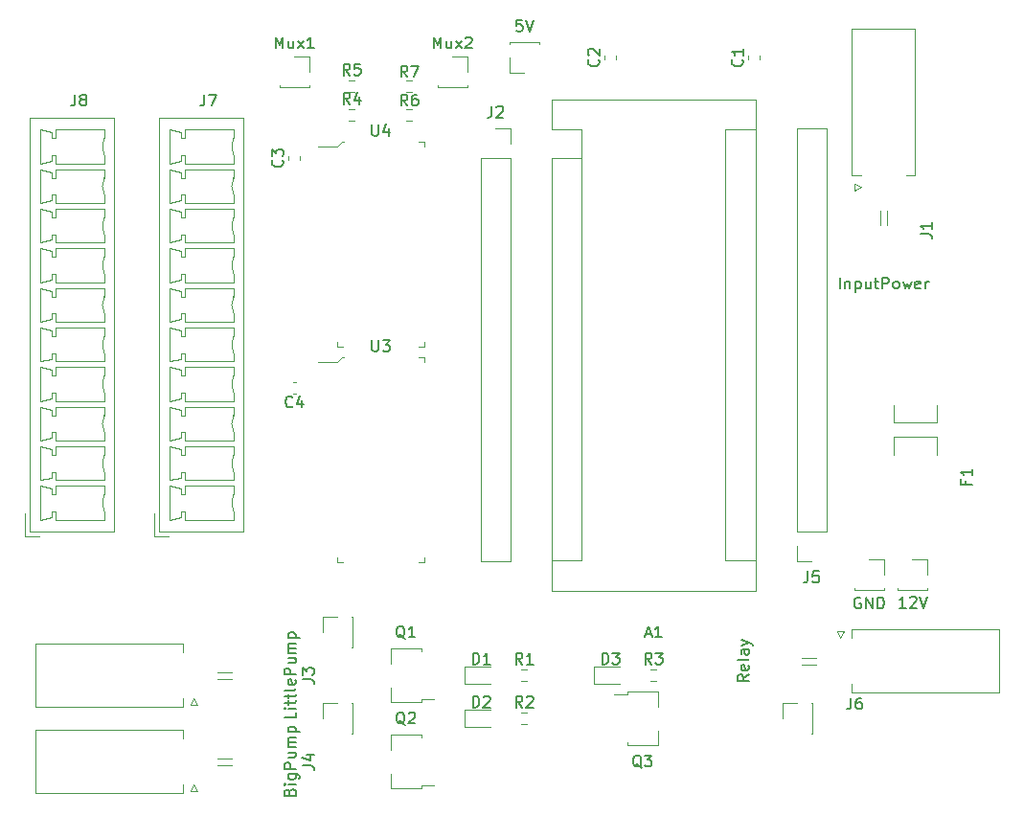
<source format=gto>
G04 #@! TF.GenerationSoftware,KiCad,Pcbnew,(5.1.10)-1*
G04 #@! TF.CreationDate,2021-12-04T11:06:55-08:00*
G04 #@! TF.ProjectId,fuelCellControl,6675656c-4365-46c6-9c43-6f6e74726f6c,rev?*
G04 #@! TF.SameCoordinates,Original*
G04 #@! TF.FileFunction,Legend,Top*
G04 #@! TF.FilePolarity,Positive*
%FSLAX46Y46*%
G04 Gerber Fmt 4.6, Leading zero omitted, Abs format (unit mm)*
G04 Created by KiCad (PCBNEW (5.1.10)-1) date 2021-12-04 11:06:55*
%MOMM*%
%LPD*%
G01*
G04 APERTURE LIST*
%ADD10C,0.150000*%
%ADD11C,0.120000*%
%ADD12C,0.100000*%
%ADD13O,1.600000X1.600000*%
%ADD14R,1.600000X1.600000*%
%ADD15R,1.300000X0.900000*%
%ADD16R,1.700000X1.700000*%
%ADD17C,3.200000*%
%ADD18R,2.000000X0.600000*%
%ADD19O,3.600000X1.800000*%
%ADD20C,3.000000*%
%ADD21O,3.700000X2.700000*%
%ADD22O,1.700000X1.700000*%
%ADD23O,2.700000X3.700000*%
%ADD24R,1.700000X2.660000*%
G04 APERTURE END LIST*
D10*
X145490952Y-114692380D02*
X144919523Y-114692380D01*
X145205238Y-114692380D02*
X145205238Y-113692380D01*
X145110000Y-113835238D01*
X145014761Y-113930476D01*
X144919523Y-113978095D01*
X145871904Y-113787619D02*
X145919523Y-113740000D01*
X146014761Y-113692380D01*
X146252857Y-113692380D01*
X146348095Y-113740000D01*
X146395714Y-113787619D01*
X146443333Y-113882857D01*
X146443333Y-113978095D01*
X146395714Y-114120952D01*
X145824285Y-114692380D01*
X146443333Y-114692380D01*
X146729047Y-113692380D02*
X147062380Y-114692380D01*
X147395714Y-113692380D01*
X141478095Y-113800000D02*
X141382857Y-113752380D01*
X141240000Y-113752380D01*
X141097142Y-113800000D01*
X141001904Y-113895238D01*
X140954285Y-113990476D01*
X140906666Y-114180952D01*
X140906666Y-114323809D01*
X140954285Y-114514285D01*
X141001904Y-114609523D01*
X141097142Y-114704761D01*
X141240000Y-114752380D01*
X141335238Y-114752380D01*
X141478095Y-114704761D01*
X141525714Y-114657142D01*
X141525714Y-114323809D01*
X141335238Y-114323809D01*
X141954285Y-114752380D02*
X141954285Y-113752380D01*
X142525714Y-114752380D01*
X142525714Y-113752380D01*
X143001904Y-114752380D02*
X143001904Y-113752380D01*
X143240000Y-113752380D01*
X143382857Y-113800000D01*
X143478095Y-113895238D01*
X143525714Y-113990476D01*
X143573333Y-114180952D01*
X143573333Y-114323809D01*
X143525714Y-114514285D01*
X143478095Y-114609523D01*
X143382857Y-114704761D01*
X143240000Y-114752380D01*
X143001904Y-114752380D01*
D11*
X132210000Y-69720000D02*
X114170000Y-69720000D01*
X132210000Y-113160000D02*
X132210000Y-69720000D01*
X114170000Y-113160000D02*
X132210000Y-113160000D01*
X116840000Y-110490000D02*
X114170000Y-110490000D01*
X116840000Y-74930000D02*
X116840000Y-110490000D01*
X116840000Y-74930000D02*
X114170000Y-74930000D01*
X129540000Y-110490000D02*
X132210000Y-110490000D01*
X129540000Y-72390000D02*
X129540000Y-110490000D01*
X129540000Y-72390000D02*
X132210000Y-72390000D01*
X114170000Y-69720000D02*
X114170000Y-72390000D01*
X114170000Y-74930000D02*
X114170000Y-113160000D01*
X116840000Y-72390000D02*
X114170000Y-72390000D01*
X116840000Y-74930000D02*
X116840000Y-72390000D01*
X123580000Y-125510000D02*
X123580000Y-126820000D01*
X123580000Y-126820000D02*
X120860000Y-126820000D01*
X119720000Y-122330000D02*
X120860000Y-122330000D01*
X123580000Y-122100000D02*
X123580000Y-123410000D01*
X120860000Y-122100000D02*
X123580000Y-122100000D01*
X120860000Y-122100000D02*
X120860000Y-122330000D01*
X120860000Y-126820000D02*
X120860000Y-126590000D01*
X99940000Y-127220000D02*
X99940000Y-125910000D01*
X99940000Y-125910000D02*
X102660000Y-125910000D01*
X103800000Y-130400000D02*
X102660000Y-130400000D01*
X99940000Y-130630000D02*
X99940000Y-129320000D01*
X102660000Y-130630000D02*
X99940000Y-130630000D01*
X102660000Y-130630000D02*
X102660000Y-130400000D01*
X102660000Y-125910000D02*
X102660000Y-126140000D01*
X99940000Y-119600000D02*
X99940000Y-118290000D01*
X99940000Y-118290000D02*
X102660000Y-118290000D01*
X103800000Y-122780000D02*
X102660000Y-122780000D01*
X99940000Y-123010000D02*
X99940000Y-121700000D01*
X102660000Y-123010000D02*
X99940000Y-123010000D01*
X102660000Y-123010000D02*
X102660000Y-122780000D01*
X102660000Y-118290000D02*
X102660000Y-118520000D01*
X122952742Y-120127500D02*
X123427258Y-120127500D01*
X122952742Y-121172500D02*
X123427258Y-121172500D01*
X111522742Y-123937500D02*
X111997258Y-123937500D01*
X111522742Y-124982500D02*
X111997258Y-124982500D01*
X111522742Y-120127500D02*
X111997258Y-120127500D01*
X111522742Y-121172500D02*
X111997258Y-121172500D01*
X120180000Y-119915000D02*
X117895000Y-119915000D01*
X117895000Y-119915000D02*
X117895000Y-121385000D01*
X117895000Y-121385000D02*
X120180000Y-121385000D01*
X108750000Y-123725000D02*
X106465000Y-123725000D01*
X106465000Y-123725000D02*
X106465000Y-125195000D01*
X106465000Y-125195000D02*
X108750000Y-125195000D01*
X108750000Y-119915000D02*
X106465000Y-119915000D01*
X106465000Y-119915000D02*
X106465000Y-121385000D01*
X106465000Y-121385000D02*
X108750000Y-121385000D01*
X104080000Y-68640000D02*
X106740000Y-68640000D01*
X104080000Y-68520000D02*
X104080000Y-68640000D01*
X106740000Y-68520000D02*
X106740000Y-68640000D01*
X106740000Y-65980000D02*
X106740000Y-67310000D01*
X105410000Y-65980000D02*
X106740000Y-65980000D01*
X101362742Y-68057500D02*
X101837258Y-68057500D01*
X101362742Y-69102500D02*
X101837258Y-69102500D01*
X101837258Y-71642500D02*
X101362742Y-71642500D01*
X101837258Y-70597500D02*
X101362742Y-70597500D01*
X96282742Y-68057500D02*
X96757258Y-68057500D01*
X96282742Y-69102500D02*
X96757258Y-69102500D01*
X96282742Y-70597500D02*
X96757258Y-70597500D01*
X96282742Y-71642500D02*
X96757258Y-71642500D01*
X91580580Y-95760000D02*
X91299420Y-95760000D01*
X91580580Y-94740000D02*
X91299420Y-94740000D01*
X90930000Y-75070580D02*
X90930000Y-74789420D01*
X91950000Y-75070580D02*
X91950000Y-74789420D01*
X118870000Y-66180580D02*
X118870000Y-65899420D01*
X119890000Y-66180580D02*
X119890000Y-65899420D01*
X131570000Y-66180580D02*
X131570000Y-65899420D01*
X132590000Y-66180580D02*
X132590000Y-65899420D01*
X91440000Y-65980000D02*
X92770000Y-65980000D01*
X92770000Y-65980000D02*
X92770000Y-67310000D01*
X92770000Y-68520000D02*
X92770000Y-68640000D01*
X90110000Y-68520000D02*
X90110000Y-68640000D01*
X90110000Y-68640000D02*
X92770000Y-68640000D01*
X134560000Y-124460000D02*
X134560000Y-123130000D01*
X134560000Y-123130000D02*
X135890000Y-123130000D01*
X137100000Y-123130000D02*
X137220000Y-123130000D01*
X137100000Y-125790000D02*
X137220000Y-125790000D01*
X137220000Y-125790000D02*
X137220000Y-123130000D01*
X111760000Y-67370000D02*
X110430000Y-67370000D01*
X110430000Y-67370000D02*
X110430000Y-66040000D01*
X110430000Y-64830000D02*
X110430000Y-64710000D01*
X113090000Y-64830000D02*
X113090000Y-64710000D01*
X113090000Y-64710000D02*
X110430000Y-64710000D01*
X142240000Y-110430000D02*
X143570000Y-110430000D01*
X143570000Y-110430000D02*
X143570000Y-111760000D01*
X143570000Y-112970000D02*
X143570000Y-113090000D01*
X140910000Y-112970000D02*
X140910000Y-113090000D01*
X140910000Y-113090000D02*
X143570000Y-113090000D01*
X93920000Y-116840000D02*
X93920000Y-115510000D01*
X93920000Y-115510000D02*
X95250000Y-115510000D01*
X96460000Y-115510000D02*
X96580000Y-115510000D01*
X96460000Y-118170000D02*
X96580000Y-118170000D01*
X96580000Y-118170000D02*
X96580000Y-115510000D01*
X146050000Y-110430000D02*
X147380000Y-110430000D01*
X147380000Y-110430000D02*
X147380000Y-111760000D01*
X147380000Y-112970000D02*
X147380000Y-113090000D01*
X144720000Y-112970000D02*
X144720000Y-113090000D01*
X144720000Y-113090000D02*
X147380000Y-113090000D01*
X93920000Y-124460000D02*
X93920000Y-123130000D01*
X93920000Y-123130000D02*
X95250000Y-123130000D01*
X96460000Y-123130000D02*
X96580000Y-123130000D01*
X96460000Y-125790000D02*
X96580000Y-125790000D01*
X96580000Y-125790000D02*
X96580000Y-123130000D01*
D12*
X95210000Y-73900000D02*
X93510000Y-73900000D01*
X102910000Y-73500000D02*
X102410000Y-73500000D01*
X102910000Y-73500000D02*
X102910000Y-73900000D01*
X102910000Y-91600000D02*
X102410000Y-91600000D01*
X102910000Y-91600000D02*
X102910000Y-91200000D01*
X95210000Y-91600000D02*
X95710000Y-91600000D01*
X95210000Y-91600000D02*
X95210000Y-91200000D01*
X95610000Y-73500000D02*
X95860000Y-73500000D01*
X95210000Y-73900000D02*
X95610000Y-73500000D01*
X95210000Y-92950000D02*
X93510000Y-92950000D01*
X102910000Y-92550000D02*
X102410000Y-92550000D01*
X102910000Y-92550000D02*
X102910000Y-92950000D01*
X102910000Y-110650000D02*
X102410000Y-110650000D01*
X102910000Y-110650000D02*
X102910000Y-110250000D01*
X95210000Y-110650000D02*
X95710000Y-110650000D01*
X95210000Y-110650000D02*
X95210000Y-110250000D01*
X95610000Y-92550000D02*
X95860000Y-92550000D01*
X95210000Y-92950000D02*
X95610000Y-92550000D01*
D11*
X67640000Y-108360000D02*
X67640000Y-106360000D01*
X68890000Y-108360000D02*
X67640000Y-108360000D01*
X74640000Y-72410000D02*
X74640000Y-73160000D01*
X70340000Y-72410000D02*
X74640000Y-72410000D01*
X70340000Y-73160000D02*
X70340000Y-72410000D01*
X69990000Y-73160000D02*
X70340000Y-73160000D01*
X69990000Y-72660000D02*
X69990000Y-73160000D01*
X68990000Y-72410000D02*
X69990000Y-72660000D01*
X68990000Y-75410000D02*
X68990000Y-72410000D01*
X69990000Y-75160000D02*
X68990000Y-75410000D01*
X69990000Y-74660000D02*
X69990000Y-75160000D01*
X70340000Y-74660000D02*
X69990000Y-74660000D01*
X70340000Y-75410000D02*
X70340000Y-74660000D01*
X74640000Y-75410000D02*
X70340000Y-75410000D01*
X74640000Y-74660000D02*
X74640000Y-75410000D01*
X74640000Y-75910000D02*
X74640000Y-76660000D01*
X70340000Y-75910000D02*
X74640000Y-75910000D01*
X70340000Y-76660000D02*
X70340000Y-75910000D01*
X69990000Y-76660000D02*
X70340000Y-76660000D01*
X69990000Y-76160000D02*
X69990000Y-76660000D01*
X68990000Y-75910000D02*
X69990000Y-76160000D01*
X68990000Y-78910000D02*
X68990000Y-75910000D01*
X69990000Y-78660000D02*
X68990000Y-78910000D01*
X69990000Y-78160000D02*
X69990000Y-78660000D01*
X70340000Y-78160000D02*
X69990000Y-78160000D01*
X70340000Y-78910000D02*
X70340000Y-78160000D01*
X74640000Y-78910000D02*
X70340000Y-78910000D01*
X74640000Y-78160000D02*
X74640000Y-78910000D01*
X74640000Y-79410000D02*
X74640000Y-80160000D01*
X70340000Y-79410000D02*
X74640000Y-79410000D01*
X70340000Y-80160000D02*
X70340000Y-79410000D01*
X69990000Y-80160000D02*
X70340000Y-80160000D01*
X69990000Y-79660000D02*
X69990000Y-80160000D01*
X68990000Y-79410000D02*
X69990000Y-79660000D01*
X68990000Y-82410000D02*
X68990000Y-79410000D01*
X69990000Y-82160000D02*
X68990000Y-82410000D01*
X69990000Y-81660000D02*
X69990000Y-82160000D01*
X70340000Y-81660000D02*
X69990000Y-81660000D01*
X70340000Y-82410000D02*
X70340000Y-81660000D01*
X74640000Y-82410000D02*
X70340000Y-82410000D01*
X74640000Y-81660000D02*
X74640000Y-82410000D01*
X74640000Y-82910000D02*
X74640000Y-83660000D01*
X70340000Y-82910000D02*
X74640000Y-82910000D01*
X70340000Y-83660000D02*
X70340000Y-82910000D01*
X69990000Y-83660000D02*
X70340000Y-83660000D01*
X69990000Y-83160000D02*
X69990000Y-83660000D01*
X68990000Y-82910000D02*
X69990000Y-83160000D01*
X68990000Y-85910000D02*
X68990000Y-82910000D01*
X69990000Y-85660000D02*
X68990000Y-85910000D01*
X69990000Y-85160000D02*
X69990000Y-85660000D01*
X70340000Y-85160000D02*
X69990000Y-85160000D01*
X70340000Y-85910000D02*
X70340000Y-85160000D01*
X74640000Y-85910000D02*
X70340000Y-85910000D01*
X74640000Y-85160000D02*
X74640000Y-85910000D01*
X74640000Y-86410000D02*
X74640000Y-87160000D01*
X70340000Y-86410000D02*
X74640000Y-86410000D01*
X70340000Y-87160000D02*
X70340000Y-86410000D01*
X69990000Y-87160000D02*
X70340000Y-87160000D01*
X69990000Y-86660000D02*
X69990000Y-87160000D01*
X68990000Y-86410000D02*
X69990000Y-86660000D01*
X68990000Y-89410000D02*
X68990000Y-86410000D01*
X69990000Y-89160000D02*
X68990000Y-89410000D01*
X69990000Y-88660000D02*
X69990000Y-89160000D01*
X70340000Y-88660000D02*
X69990000Y-88660000D01*
X70340000Y-89410000D02*
X70340000Y-88660000D01*
X74640000Y-89410000D02*
X70340000Y-89410000D01*
X74640000Y-88660000D02*
X74640000Y-89410000D01*
X74640000Y-89910000D02*
X74640000Y-90660000D01*
X70340000Y-89910000D02*
X74640000Y-89910000D01*
X70340000Y-90660000D02*
X70340000Y-89910000D01*
X69990000Y-90660000D02*
X70340000Y-90660000D01*
X69990000Y-90160000D02*
X69990000Y-90660000D01*
X68990000Y-89910000D02*
X69990000Y-90160000D01*
X68990000Y-92910000D02*
X68990000Y-89910000D01*
X69990000Y-92660000D02*
X68990000Y-92910000D01*
X69990000Y-92160000D02*
X69990000Y-92660000D01*
X70340000Y-92160000D02*
X69990000Y-92160000D01*
X70340000Y-92910000D02*
X70340000Y-92160000D01*
X74640000Y-92910000D02*
X70340000Y-92910000D01*
X74640000Y-92160000D02*
X74640000Y-92910000D01*
X74640000Y-93410000D02*
X74640000Y-94160000D01*
X70340000Y-93410000D02*
X74640000Y-93410000D01*
X70340000Y-94160000D02*
X70340000Y-93410000D01*
X69990000Y-94160000D02*
X70340000Y-94160000D01*
X69990000Y-93660000D02*
X69990000Y-94160000D01*
X68990000Y-93410000D02*
X69990000Y-93660000D01*
X68990000Y-96410000D02*
X68990000Y-93410000D01*
X69990000Y-96160000D02*
X68990000Y-96410000D01*
X69990000Y-95660000D02*
X69990000Y-96160000D01*
X70340000Y-95660000D02*
X69990000Y-95660000D01*
X70340000Y-96410000D02*
X70340000Y-95660000D01*
X74640000Y-96410000D02*
X70340000Y-96410000D01*
X74640000Y-95660000D02*
X74640000Y-96410000D01*
X74640000Y-96910000D02*
X74640000Y-97660000D01*
X70340000Y-96910000D02*
X74640000Y-96910000D01*
X70340000Y-97660000D02*
X70340000Y-96910000D01*
X69990000Y-97660000D02*
X70340000Y-97660000D01*
X69990000Y-97160000D02*
X69990000Y-97660000D01*
X68990000Y-96910000D02*
X69990000Y-97160000D01*
X68990000Y-99910000D02*
X68990000Y-96910000D01*
X69990000Y-99660000D02*
X68990000Y-99910000D01*
X69990000Y-99160000D02*
X69990000Y-99660000D01*
X70340000Y-99160000D02*
X69990000Y-99160000D01*
X70340000Y-99910000D02*
X70340000Y-99160000D01*
X74640000Y-99910000D02*
X70340000Y-99910000D01*
X74640000Y-99160000D02*
X74640000Y-99910000D01*
X74640000Y-100410000D02*
X74640000Y-101160000D01*
X70340000Y-100410000D02*
X74640000Y-100410000D01*
X70340000Y-101160000D02*
X70340000Y-100410000D01*
X69990000Y-101160000D02*
X70340000Y-101160000D01*
X69990000Y-100660000D02*
X69990000Y-101160000D01*
X68990000Y-100410000D02*
X69990000Y-100660000D01*
X68990000Y-103410000D02*
X68990000Y-100410000D01*
X69990000Y-103160000D02*
X68990000Y-103410000D01*
X69990000Y-102660000D02*
X69990000Y-103160000D01*
X70340000Y-102660000D02*
X69990000Y-102660000D01*
X70340000Y-103410000D02*
X70340000Y-102660000D01*
X74640000Y-103410000D02*
X70340000Y-103410000D01*
X74640000Y-102660000D02*
X74640000Y-103410000D01*
X74640000Y-103910000D02*
X74640000Y-104660000D01*
X70340000Y-103910000D02*
X74640000Y-103910000D01*
X70340000Y-104660000D02*
X70340000Y-103910000D01*
X69990000Y-104660000D02*
X70340000Y-104660000D01*
X69990000Y-104160000D02*
X69990000Y-104660000D01*
X68990000Y-103910000D02*
X69990000Y-104160000D01*
X68990000Y-106910000D02*
X68990000Y-103910000D01*
X69990000Y-106660000D02*
X68990000Y-106910000D01*
X69990000Y-106160000D02*
X69990000Y-106660000D01*
X70340000Y-106160000D02*
X69990000Y-106160000D01*
X70340000Y-106910000D02*
X70340000Y-106160000D01*
X74640000Y-106910000D02*
X70340000Y-106910000D01*
X74640000Y-106160000D02*
X74640000Y-106910000D01*
X68030000Y-71350000D02*
X68030000Y-107970000D01*
X75500000Y-71350000D02*
X68030000Y-71350000D01*
X75500000Y-107970000D02*
X75500000Y-71350000D01*
X68030000Y-107970000D02*
X75500000Y-107970000D01*
X74639845Y-73160353D02*
G75*
G03*
X74640000Y-74660000I1700155J-749647D01*
G01*
X74639845Y-76660353D02*
G75*
G03*
X74640000Y-78160000I1700155J-749647D01*
G01*
X74639845Y-80160353D02*
G75*
G03*
X74640000Y-81660000I1700155J-749647D01*
G01*
X74639845Y-83660353D02*
G75*
G03*
X74640000Y-85160000I1700155J-749647D01*
G01*
X74639845Y-87160353D02*
G75*
G03*
X74640000Y-88660000I1700155J-749647D01*
G01*
X74639845Y-90660353D02*
G75*
G03*
X74640000Y-92160000I1700155J-749647D01*
G01*
X74639845Y-94160353D02*
G75*
G03*
X74640000Y-95660000I1700155J-749647D01*
G01*
X74639845Y-97660353D02*
G75*
G03*
X74640000Y-99160000I1700155J-749647D01*
G01*
X74639845Y-101160353D02*
G75*
G03*
X74640000Y-102660000I1700155J-749647D01*
G01*
X74639845Y-104660353D02*
G75*
G03*
X74640000Y-106160000I1700155J-749647D01*
G01*
X79070000Y-108360000D02*
X79070000Y-106360000D01*
X80320000Y-108360000D02*
X79070000Y-108360000D01*
X86070000Y-72410000D02*
X86070000Y-73160000D01*
X81770000Y-72410000D02*
X86070000Y-72410000D01*
X81770000Y-73160000D02*
X81770000Y-72410000D01*
X81420000Y-73160000D02*
X81770000Y-73160000D01*
X81420000Y-72660000D02*
X81420000Y-73160000D01*
X80420000Y-72410000D02*
X81420000Y-72660000D01*
X80420000Y-75410000D02*
X80420000Y-72410000D01*
X81420000Y-75160000D02*
X80420000Y-75410000D01*
X81420000Y-74660000D02*
X81420000Y-75160000D01*
X81770000Y-74660000D02*
X81420000Y-74660000D01*
X81770000Y-75410000D02*
X81770000Y-74660000D01*
X86070000Y-75410000D02*
X81770000Y-75410000D01*
X86070000Y-74660000D02*
X86070000Y-75410000D01*
X86070000Y-75910000D02*
X86070000Y-76660000D01*
X81770000Y-75910000D02*
X86070000Y-75910000D01*
X81770000Y-76660000D02*
X81770000Y-75910000D01*
X81420000Y-76660000D02*
X81770000Y-76660000D01*
X81420000Y-76160000D02*
X81420000Y-76660000D01*
X80420000Y-75910000D02*
X81420000Y-76160000D01*
X80420000Y-78910000D02*
X80420000Y-75910000D01*
X81420000Y-78660000D02*
X80420000Y-78910000D01*
X81420000Y-78160000D02*
X81420000Y-78660000D01*
X81770000Y-78160000D02*
X81420000Y-78160000D01*
X81770000Y-78910000D02*
X81770000Y-78160000D01*
X86070000Y-78910000D02*
X81770000Y-78910000D01*
X86070000Y-78160000D02*
X86070000Y-78910000D01*
X86070000Y-79410000D02*
X86070000Y-80160000D01*
X81770000Y-79410000D02*
X86070000Y-79410000D01*
X81770000Y-80160000D02*
X81770000Y-79410000D01*
X81420000Y-80160000D02*
X81770000Y-80160000D01*
X81420000Y-79660000D02*
X81420000Y-80160000D01*
X80420000Y-79410000D02*
X81420000Y-79660000D01*
X80420000Y-82410000D02*
X80420000Y-79410000D01*
X81420000Y-82160000D02*
X80420000Y-82410000D01*
X81420000Y-81660000D02*
X81420000Y-82160000D01*
X81770000Y-81660000D02*
X81420000Y-81660000D01*
X81770000Y-82410000D02*
X81770000Y-81660000D01*
X86070000Y-82410000D02*
X81770000Y-82410000D01*
X86070000Y-81660000D02*
X86070000Y-82410000D01*
X86070000Y-82910000D02*
X86070000Y-83660000D01*
X81770000Y-82910000D02*
X86070000Y-82910000D01*
X81770000Y-83660000D02*
X81770000Y-82910000D01*
X81420000Y-83660000D02*
X81770000Y-83660000D01*
X81420000Y-83160000D02*
X81420000Y-83660000D01*
X80420000Y-82910000D02*
X81420000Y-83160000D01*
X80420000Y-85910000D02*
X80420000Y-82910000D01*
X81420000Y-85660000D02*
X80420000Y-85910000D01*
X81420000Y-85160000D02*
X81420000Y-85660000D01*
X81770000Y-85160000D02*
X81420000Y-85160000D01*
X81770000Y-85910000D02*
X81770000Y-85160000D01*
X86070000Y-85910000D02*
X81770000Y-85910000D01*
X86070000Y-85160000D02*
X86070000Y-85910000D01*
X86070000Y-86410000D02*
X86070000Y-87160000D01*
X81770000Y-86410000D02*
X86070000Y-86410000D01*
X81770000Y-87160000D02*
X81770000Y-86410000D01*
X81420000Y-87160000D02*
X81770000Y-87160000D01*
X81420000Y-86660000D02*
X81420000Y-87160000D01*
X80420000Y-86410000D02*
X81420000Y-86660000D01*
X80420000Y-89410000D02*
X80420000Y-86410000D01*
X81420000Y-89160000D02*
X80420000Y-89410000D01*
X81420000Y-88660000D02*
X81420000Y-89160000D01*
X81770000Y-88660000D02*
X81420000Y-88660000D01*
X81770000Y-89410000D02*
X81770000Y-88660000D01*
X86070000Y-89410000D02*
X81770000Y-89410000D01*
X86070000Y-88660000D02*
X86070000Y-89410000D01*
X86070000Y-89910000D02*
X86070000Y-90660000D01*
X81770000Y-89910000D02*
X86070000Y-89910000D01*
X81770000Y-90660000D02*
X81770000Y-89910000D01*
X81420000Y-90660000D02*
X81770000Y-90660000D01*
X81420000Y-90160000D02*
X81420000Y-90660000D01*
X80420000Y-89910000D02*
X81420000Y-90160000D01*
X80420000Y-92910000D02*
X80420000Y-89910000D01*
X81420000Y-92660000D02*
X80420000Y-92910000D01*
X81420000Y-92160000D02*
X81420000Y-92660000D01*
X81770000Y-92160000D02*
X81420000Y-92160000D01*
X81770000Y-92910000D02*
X81770000Y-92160000D01*
X86070000Y-92910000D02*
X81770000Y-92910000D01*
X86070000Y-92160000D02*
X86070000Y-92910000D01*
X86070000Y-93410000D02*
X86070000Y-94160000D01*
X81770000Y-93410000D02*
X86070000Y-93410000D01*
X81770000Y-94160000D02*
X81770000Y-93410000D01*
X81420000Y-94160000D02*
X81770000Y-94160000D01*
X81420000Y-93660000D02*
X81420000Y-94160000D01*
X80420000Y-93410000D02*
X81420000Y-93660000D01*
X80420000Y-96410000D02*
X80420000Y-93410000D01*
X81420000Y-96160000D02*
X80420000Y-96410000D01*
X81420000Y-95660000D02*
X81420000Y-96160000D01*
X81770000Y-95660000D02*
X81420000Y-95660000D01*
X81770000Y-96410000D02*
X81770000Y-95660000D01*
X86070000Y-96410000D02*
X81770000Y-96410000D01*
X86070000Y-95660000D02*
X86070000Y-96410000D01*
X86070000Y-96910000D02*
X86070000Y-97660000D01*
X81770000Y-96910000D02*
X86070000Y-96910000D01*
X81770000Y-97660000D02*
X81770000Y-96910000D01*
X81420000Y-97660000D02*
X81770000Y-97660000D01*
X81420000Y-97160000D02*
X81420000Y-97660000D01*
X80420000Y-96910000D02*
X81420000Y-97160000D01*
X80420000Y-99910000D02*
X80420000Y-96910000D01*
X81420000Y-99660000D02*
X80420000Y-99910000D01*
X81420000Y-99160000D02*
X81420000Y-99660000D01*
X81770000Y-99160000D02*
X81420000Y-99160000D01*
X81770000Y-99910000D02*
X81770000Y-99160000D01*
X86070000Y-99910000D02*
X81770000Y-99910000D01*
X86070000Y-99160000D02*
X86070000Y-99910000D01*
X86070000Y-100410000D02*
X86070000Y-101160000D01*
X81770000Y-100410000D02*
X86070000Y-100410000D01*
X81770000Y-101160000D02*
X81770000Y-100410000D01*
X81420000Y-101160000D02*
X81770000Y-101160000D01*
X81420000Y-100660000D02*
X81420000Y-101160000D01*
X80420000Y-100410000D02*
X81420000Y-100660000D01*
X80420000Y-103410000D02*
X80420000Y-100410000D01*
X81420000Y-103160000D02*
X80420000Y-103410000D01*
X81420000Y-102660000D02*
X81420000Y-103160000D01*
X81770000Y-102660000D02*
X81420000Y-102660000D01*
X81770000Y-103410000D02*
X81770000Y-102660000D01*
X86070000Y-103410000D02*
X81770000Y-103410000D01*
X86070000Y-102660000D02*
X86070000Y-103410000D01*
X86070000Y-103910000D02*
X86070000Y-104660000D01*
X81770000Y-103910000D02*
X86070000Y-103910000D01*
X81770000Y-104660000D02*
X81770000Y-103910000D01*
X81420000Y-104660000D02*
X81770000Y-104660000D01*
X81420000Y-104160000D02*
X81420000Y-104660000D01*
X80420000Y-103910000D02*
X81420000Y-104160000D01*
X80420000Y-106910000D02*
X80420000Y-103910000D01*
X81420000Y-106660000D02*
X80420000Y-106910000D01*
X81420000Y-106160000D02*
X81420000Y-106660000D01*
X81770000Y-106160000D02*
X81420000Y-106160000D01*
X81770000Y-106910000D02*
X81770000Y-106160000D01*
X86070000Y-106910000D02*
X81770000Y-106910000D01*
X86070000Y-106160000D02*
X86070000Y-106910000D01*
X79460000Y-71350000D02*
X79460000Y-107970000D01*
X86930000Y-71350000D02*
X79460000Y-71350000D01*
X86930000Y-107970000D02*
X86930000Y-71350000D01*
X79460000Y-107970000D02*
X86930000Y-107970000D01*
X86069845Y-73160353D02*
G75*
G03*
X86070000Y-74660000I1700155J-749647D01*
G01*
X86069845Y-76660353D02*
G75*
G03*
X86070000Y-78160000I1700155J-749647D01*
G01*
X86069845Y-80160353D02*
G75*
G03*
X86070000Y-81660000I1700155J-749647D01*
G01*
X86069845Y-83660353D02*
G75*
G03*
X86070000Y-85160000I1700155J-749647D01*
G01*
X86069845Y-87160353D02*
G75*
G03*
X86070000Y-88660000I1700155J-749647D01*
G01*
X86069845Y-90660353D02*
G75*
G03*
X86070000Y-92160000I1700155J-749647D01*
G01*
X86069845Y-94160353D02*
G75*
G03*
X86070000Y-95660000I1700155J-749647D01*
G01*
X86069845Y-97660353D02*
G75*
G03*
X86070000Y-99160000I1700155J-749647D01*
G01*
X86069845Y-101160353D02*
G75*
G03*
X86070000Y-102660000I1700155J-749647D01*
G01*
X86069845Y-104660353D02*
G75*
G03*
X86070000Y-106160000I1700155J-749647D01*
G01*
X140000000Y-116780000D02*
X139700000Y-117380000D01*
X139400000Y-116780000D02*
X140000000Y-116780000D01*
X139700000Y-117380000D02*
X139400000Y-116780000D01*
X137590000Y-119680000D02*
X136310000Y-119680000D01*
X137590000Y-119080000D02*
X136310000Y-119080000D01*
X153710000Y-122190000D02*
X153710000Y-119380000D01*
X140690000Y-122190000D02*
X153710000Y-122190000D01*
X140690000Y-121380000D02*
X140690000Y-122190000D01*
X153710000Y-116570000D02*
X153710000Y-119380000D01*
X140690000Y-116570000D02*
X153710000Y-116570000D01*
X140690000Y-117380000D02*
X140690000Y-116570000D01*
X137160000Y-110550000D02*
X135830000Y-110550000D01*
X135830000Y-110550000D02*
X135830000Y-109220000D01*
X135830000Y-107950000D02*
X135830000Y-72330000D01*
X138490000Y-72330000D02*
X135830000Y-72330000D01*
X138490000Y-107950000D02*
X138490000Y-72330000D01*
X138490000Y-107950000D02*
X135830000Y-107950000D01*
X82250000Y-123250000D02*
X82550000Y-122650000D01*
X82850000Y-123250000D02*
X82250000Y-123250000D01*
X82550000Y-122650000D02*
X82850000Y-123250000D01*
X84660000Y-120350000D02*
X85940000Y-120350000D01*
X84660000Y-120950000D02*
X85940000Y-120950000D01*
X68540000Y-117840000D02*
X68540000Y-120650000D01*
X81560000Y-117840000D02*
X68540000Y-117840000D01*
X81560000Y-118650000D02*
X81560000Y-117840000D01*
X68540000Y-123460000D02*
X68540000Y-120650000D01*
X81560000Y-123460000D02*
X68540000Y-123460000D01*
X81560000Y-122650000D02*
X81560000Y-123460000D01*
X82250000Y-130870000D02*
X82550000Y-130270000D01*
X82850000Y-130870000D02*
X82250000Y-130870000D01*
X82550000Y-130270000D02*
X82850000Y-130870000D01*
X84660000Y-127970000D02*
X85940000Y-127970000D01*
X84660000Y-128570000D02*
X85940000Y-128570000D01*
X68540000Y-125460000D02*
X68540000Y-128270000D01*
X81560000Y-125460000D02*
X68540000Y-125460000D01*
X81560000Y-126270000D02*
X81560000Y-125460000D01*
X68540000Y-131080000D02*
X68540000Y-128270000D01*
X81560000Y-131080000D02*
X68540000Y-131080000D01*
X81560000Y-130270000D02*
X81560000Y-131080000D01*
X109220000Y-72330000D02*
X110550000Y-72330000D01*
X110550000Y-72330000D02*
X110550000Y-73660000D01*
X110550000Y-74930000D02*
X110550000Y-110550000D01*
X107890000Y-110550000D02*
X110550000Y-110550000D01*
X107890000Y-74930000D02*
X107890000Y-110550000D01*
X107890000Y-74930000D02*
X110550000Y-74930000D01*
X140910000Y-77170000D02*
X141510000Y-77470000D01*
X140910000Y-77770000D02*
X140910000Y-77170000D01*
X141510000Y-77470000D02*
X140910000Y-77770000D01*
X143810000Y-79580000D02*
X143810000Y-80860000D01*
X143210000Y-79580000D02*
X143210000Y-80860000D01*
X146320000Y-63460000D02*
X143510000Y-63460000D01*
X146320000Y-76480000D02*
X146320000Y-63460000D01*
X145510000Y-76480000D02*
X146320000Y-76480000D01*
X140700000Y-63460000D02*
X143510000Y-63460000D01*
X140700000Y-76480000D02*
X140700000Y-63460000D01*
X141510000Y-76480000D02*
X140700000Y-76480000D01*
D12*
X148209000Y-99587000D02*
X148209000Y-101137000D01*
X144399000Y-99587000D02*
X148209000Y-99587000D01*
X144399000Y-101137000D02*
X144399000Y-99587000D01*
X148209000Y-98279000D02*
X144399000Y-98279000D01*
X144399000Y-98279000D02*
X144399000Y-96729000D01*
X148209000Y-96729000D02*
X148209000Y-98279000D01*
D10*
X122475714Y-117006666D02*
X122951904Y-117006666D01*
X122380476Y-117292380D02*
X122713809Y-116292380D01*
X123047142Y-117292380D01*
X123904285Y-117292380D02*
X123332857Y-117292380D01*
X123618571Y-117292380D02*
X123618571Y-116292380D01*
X123523333Y-116435238D01*
X123428095Y-116530476D01*
X123332857Y-116578095D01*
X122124761Y-128817619D02*
X122029523Y-128770000D01*
X121934285Y-128674761D01*
X121791428Y-128531904D01*
X121696190Y-128484285D01*
X121600952Y-128484285D01*
X121648571Y-128722380D02*
X121553333Y-128674761D01*
X121458095Y-128579523D01*
X121410476Y-128389047D01*
X121410476Y-128055714D01*
X121458095Y-127865238D01*
X121553333Y-127770000D01*
X121648571Y-127722380D01*
X121839047Y-127722380D01*
X121934285Y-127770000D01*
X122029523Y-127865238D01*
X122077142Y-128055714D01*
X122077142Y-128389047D01*
X122029523Y-128579523D01*
X121934285Y-128674761D01*
X121839047Y-128722380D01*
X121648571Y-128722380D01*
X122410476Y-127722380D02*
X123029523Y-127722380D01*
X122696190Y-128103333D01*
X122839047Y-128103333D01*
X122934285Y-128150952D01*
X122981904Y-128198571D01*
X123029523Y-128293809D01*
X123029523Y-128531904D01*
X122981904Y-128627142D01*
X122934285Y-128674761D01*
X122839047Y-128722380D01*
X122553333Y-128722380D01*
X122458095Y-128674761D01*
X122410476Y-128627142D01*
X101204761Y-125007619D02*
X101109523Y-124960000D01*
X101014285Y-124864761D01*
X100871428Y-124721904D01*
X100776190Y-124674285D01*
X100680952Y-124674285D01*
X100728571Y-124912380D02*
X100633333Y-124864761D01*
X100538095Y-124769523D01*
X100490476Y-124579047D01*
X100490476Y-124245714D01*
X100538095Y-124055238D01*
X100633333Y-123960000D01*
X100728571Y-123912380D01*
X100919047Y-123912380D01*
X101014285Y-123960000D01*
X101109523Y-124055238D01*
X101157142Y-124245714D01*
X101157142Y-124579047D01*
X101109523Y-124769523D01*
X101014285Y-124864761D01*
X100919047Y-124912380D01*
X100728571Y-124912380D01*
X101538095Y-124007619D02*
X101585714Y-123960000D01*
X101680952Y-123912380D01*
X101919047Y-123912380D01*
X102014285Y-123960000D01*
X102061904Y-124007619D01*
X102109523Y-124102857D01*
X102109523Y-124198095D01*
X102061904Y-124340952D01*
X101490476Y-124912380D01*
X102109523Y-124912380D01*
X101204761Y-117387619D02*
X101109523Y-117340000D01*
X101014285Y-117244761D01*
X100871428Y-117101904D01*
X100776190Y-117054285D01*
X100680952Y-117054285D01*
X100728571Y-117292380D02*
X100633333Y-117244761D01*
X100538095Y-117149523D01*
X100490476Y-116959047D01*
X100490476Y-116625714D01*
X100538095Y-116435238D01*
X100633333Y-116340000D01*
X100728571Y-116292380D01*
X100919047Y-116292380D01*
X101014285Y-116340000D01*
X101109523Y-116435238D01*
X101157142Y-116625714D01*
X101157142Y-116959047D01*
X101109523Y-117149523D01*
X101014285Y-117244761D01*
X100919047Y-117292380D01*
X100728571Y-117292380D01*
X102109523Y-117292380D02*
X101538095Y-117292380D01*
X101823809Y-117292380D02*
X101823809Y-116292380D01*
X101728571Y-116435238D01*
X101633333Y-116530476D01*
X101538095Y-116578095D01*
X123023333Y-119672380D02*
X122690000Y-119196190D01*
X122451904Y-119672380D02*
X122451904Y-118672380D01*
X122832857Y-118672380D01*
X122928095Y-118720000D01*
X122975714Y-118767619D01*
X123023333Y-118862857D01*
X123023333Y-119005714D01*
X122975714Y-119100952D01*
X122928095Y-119148571D01*
X122832857Y-119196190D01*
X122451904Y-119196190D01*
X123356666Y-118672380D02*
X123975714Y-118672380D01*
X123642380Y-119053333D01*
X123785238Y-119053333D01*
X123880476Y-119100952D01*
X123928095Y-119148571D01*
X123975714Y-119243809D01*
X123975714Y-119481904D01*
X123928095Y-119577142D01*
X123880476Y-119624761D01*
X123785238Y-119672380D01*
X123499523Y-119672380D01*
X123404285Y-119624761D01*
X123356666Y-119577142D01*
X111593333Y-123482380D02*
X111260000Y-123006190D01*
X111021904Y-123482380D02*
X111021904Y-122482380D01*
X111402857Y-122482380D01*
X111498095Y-122530000D01*
X111545714Y-122577619D01*
X111593333Y-122672857D01*
X111593333Y-122815714D01*
X111545714Y-122910952D01*
X111498095Y-122958571D01*
X111402857Y-123006190D01*
X111021904Y-123006190D01*
X111974285Y-122577619D02*
X112021904Y-122530000D01*
X112117142Y-122482380D01*
X112355238Y-122482380D01*
X112450476Y-122530000D01*
X112498095Y-122577619D01*
X112545714Y-122672857D01*
X112545714Y-122768095D01*
X112498095Y-122910952D01*
X111926666Y-123482380D01*
X112545714Y-123482380D01*
X111593333Y-119672380D02*
X111260000Y-119196190D01*
X111021904Y-119672380D02*
X111021904Y-118672380D01*
X111402857Y-118672380D01*
X111498095Y-118720000D01*
X111545714Y-118767619D01*
X111593333Y-118862857D01*
X111593333Y-119005714D01*
X111545714Y-119100952D01*
X111498095Y-119148571D01*
X111402857Y-119196190D01*
X111021904Y-119196190D01*
X112545714Y-119672380D02*
X111974285Y-119672380D01*
X112260000Y-119672380D02*
X112260000Y-118672380D01*
X112164761Y-118815238D01*
X112069523Y-118910476D01*
X111974285Y-118958095D01*
X118641904Y-119672380D02*
X118641904Y-118672380D01*
X118880000Y-118672380D01*
X119022857Y-118720000D01*
X119118095Y-118815238D01*
X119165714Y-118910476D01*
X119213333Y-119100952D01*
X119213333Y-119243809D01*
X119165714Y-119434285D01*
X119118095Y-119529523D01*
X119022857Y-119624761D01*
X118880000Y-119672380D01*
X118641904Y-119672380D01*
X119546666Y-118672380D02*
X120165714Y-118672380D01*
X119832380Y-119053333D01*
X119975238Y-119053333D01*
X120070476Y-119100952D01*
X120118095Y-119148571D01*
X120165714Y-119243809D01*
X120165714Y-119481904D01*
X120118095Y-119577142D01*
X120070476Y-119624761D01*
X119975238Y-119672380D01*
X119689523Y-119672380D01*
X119594285Y-119624761D01*
X119546666Y-119577142D01*
X107211904Y-123482380D02*
X107211904Y-122482380D01*
X107450000Y-122482380D01*
X107592857Y-122530000D01*
X107688095Y-122625238D01*
X107735714Y-122720476D01*
X107783333Y-122910952D01*
X107783333Y-123053809D01*
X107735714Y-123244285D01*
X107688095Y-123339523D01*
X107592857Y-123434761D01*
X107450000Y-123482380D01*
X107211904Y-123482380D01*
X108164285Y-122577619D02*
X108211904Y-122530000D01*
X108307142Y-122482380D01*
X108545238Y-122482380D01*
X108640476Y-122530000D01*
X108688095Y-122577619D01*
X108735714Y-122672857D01*
X108735714Y-122768095D01*
X108688095Y-122910952D01*
X108116666Y-123482380D01*
X108735714Y-123482380D01*
X107211904Y-119672380D02*
X107211904Y-118672380D01*
X107450000Y-118672380D01*
X107592857Y-118720000D01*
X107688095Y-118815238D01*
X107735714Y-118910476D01*
X107783333Y-119100952D01*
X107783333Y-119243809D01*
X107735714Y-119434285D01*
X107688095Y-119529523D01*
X107592857Y-119624761D01*
X107450000Y-119672380D01*
X107211904Y-119672380D01*
X108735714Y-119672380D02*
X108164285Y-119672380D01*
X108450000Y-119672380D02*
X108450000Y-118672380D01*
X108354761Y-118815238D01*
X108259523Y-118910476D01*
X108164285Y-118958095D01*
X103743333Y-65222380D02*
X103743333Y-64222380D01*
X104076666Y-64936666D01*
X104410000Y-64222380D01*
X104410000Y-65222380D01*
X105314761Y-64555714D02*
X105314761Y-65222380D01*
X104886190Y-64555714D02*
X104886190Y-65079523D01*
X104933809Y-65174761D01*
X105029047Y-65222380D01*
X105171904Y-65222380D01*
X105267142Y-65174761D01*
X105314761Y-65127142D01*
X105695714Y-65222380D02*
X106219523Y-64555714D01*
X105695714Y-64555714D02*
X106219523Y-65222380D01*
X106552857Y-64317619D02*
X106600476Y-64270000D01*
X106695714Y-64222380D01*
X106933809Y-64222380D01*
X107029047Y-64270000D01*
X107076666Y-64317619D01*
X107124285Y-64412857D01*
X107124285Y-64508095D01*
X107076666Y-64650952D01*
X106505238Y-65222380D01*
X107124285Y-65222380D01*
X101433333Y-67762380D02*
X101100000Y-67286190D01*
X100861904Y-67762380D02*
X100861904Y-66762380D01*
X101242857Y-66762380D01*
X101338095Y-66810000D01*
X101385714Y-66857619D01*
X101433333Y-66952857D01*
X101433333Y-67095714D01*
X101385714Y-67190952D01*
X101338095Y-67238571D01*
X101242857Y-67286190D01*
X100861904Y-67286190D01*
X101766666Y-66762380D02*
X102433333Y-66762380D01*
X102004761Y-67762380D01*
X101433333Y-70302380D02*
X101100000Y-69826190D01*
X100861904Y-70302380D02*
X100861904Y-69302380D01*
X101242857Y-69302380D01*
X101338095Y-69350000D01*
X101385714Y-69397619D01*
X101433333Y-69492857D01*
X101433333Y-69635714D01*
X101385714Y-69730952D01*
X101338095Y-69778571D01*
X101242857Y-69826190D01*
X100861904Y-69826190D01*
X102290476Y-69302380D02*
X102100000Y-69302380D01*
X102004761Y-69350000D01*
X101957142Y-69397619D01*
X101861904Y-69540476D01*
X101814285Y-69730952D01*
X101814285Y-70111904D01*
X101861904Y-70207142D01*
X101909523Y-70254761D01*
X102004761Y-70302380D01*
X102195238Y-70302380D01*
X102290476Y-70254761D01*
X102338095Y-70207142D01*
X102385714Y-70111904D01*
X102385714Y-69873809D01*
X102338095Y-69778571D01*
X102290476Y-69730952D01*
X102195238Y-69683333D01*
X102004761Y-69683333D01*
X101909523Y-69730952D01*
X101861904Y-69778571D01*
X101814285Y-69873809D01*
X96353333Y-67602380D02*
X96020000Y-67126190D01*
X95781904Y-67602380D02*
X95781904Y-66602380D01*
X96162857Y-66602380D01*
X96258095Y-66650000D01*
X96305714Y-66697619D01*
X96353333Y-66792857D01*
X96353333Y-66935714D01*
X96305714Y-67030952D01*
X96258095Y-67078571D01*
X96162857Y-67126190D01*
X95781904Y-67126190D01*
X97258095Y-66602380D02*
X96781904Y-66602380D01*
X96734285Y-67078571D01*
X96781904Y-67030952D01*
X96877142Y-66983333D01*
X97115238Y-66983333D01*
X97210476Y-67030952D01*
X97258095Y-67078571D01*
X97305714Y-67173809D01*
X97305714Y-67411904D01*
X97258095Y-67507142D01*
X97210476Y-67554761D01*
X97115238Y-67602380D01*
X96877142Y-67602380D01*
X96781904Y-67554761D01*
X96734285Y-67507142D01*
X96353333Y-70142380D02*
X96020000Y-69666190D01*
X95781904Y-70142380D02*
X95781904Y-69142380D01*
X96162857Y-69142380D01*
X96258095Y-69190000D01*
X96305714Y-69237619D01*
X96353333Y-69332857D01*
X96353333Y-69475714D01*
X96305714Y-69570952D01*
X96258095Y-69618571D01*
X96162857Y-69666190D01*
X95781904Y-69666190D01*
X97210476Y-69475714D02*
X97210476Y-70142380D01*
X96972380Y-69094761D02*
X96734285Y-69809047D01*
X97353333Y-69809047D01*
X91273333Y-96877142D02*
X91225714Y-96924761D01*
X91082857Y-96972380D01*
X90987619Y-96972380D01*
X90844761Y-96924761D01*
X90749523Y-96829523D01*
X90701904Y-96734285D01*
X90654285Y-96543809D01*
X90654285Y-96400952D01*
X90701904Y-96210476D01*
X90749523Y-96115238D01*
X90844761Y-96020000D01*
X90987619Y-95972380D01*
X91082857Y-95972380D01*
X91225714Y-96020000D01*
X91273333Y-96067619D01*
X92130476Y-96305714D02*
X92130476Y-96972380D01*
X91892380Y-95924761D02*
X91654285Y-96639047D01*
X92273333Y-96639047D01*
X90367142Y-75096666D02*
X90414761Y-75144285D01*
X90462380Y-75287142D01*
X90462380Y-75382380D01*
X90414761Y-75525238D01*
X90319523Y-75620476D01*
X90224285Y-75668095D01*
X90033809Y-75715714D01*
X89890952Y-75715714D01*
X89700476Y-75668095D01*
X89605238Y-75620476D01*
X89510000Y-75525238D01*
X89462380Y-75382380D01*
X89462380Y-75287142D01*
X89510000Y-75144285D01*
X89557619Y-75096666D01*
X89462380Y-74763333D02*
X89462380Y-74144285D01*
X89843333Y-74477619D01*
X89843333Y-74334761D01*
X89890952Y-74239523D01*
X89938571Y-74191904D01*
X90033809Y-74144285D01*
X90271904Y-74144285D01*
X90367142Y-74191904D01*
X90414761Y-74239523D01*
X90462380Y-74334761D01*
X90462380Y-74620476D01*
X90414761Y-74715714D01*
X90367142Y-74763333D01*
X118307142Y-66206666D02*
X118354761Y-66254285D01*
X118402380Y-66397142D01*
X118402380Y-66492380D01*
X118354761Y-66635238D01*
X118259523Y-66730476D01*
X118164285Y-66778095D01*
X117973809Y-66825714D01*
X117830952Y-66825714D01*
X117640476Y-66778095D01*
X117545238Y-66730476D01*
X117450000Y-66635238D01*
X117402380Y-66492380D01*
X117402380Y-66397142D01*
X117450000Y-66254285D01*
X117497619Y-66206666D01*
X117497619Y-65825714D02*
X117450000Y-65778095D01*
X117402380Y-65682857D01*
X117402380Y-65444761D01*
X117450000Y-65349523D01*
X117497619Y-65301904D01*
X117592857Y-65254285D01*
X117688095Y-65254285D01*
X117830952Y-65301904D01*
X118402380Y-65873333D01*
X118402380Y-65254285D01*
X131007142Y-66206666D02*
X131054761Y-66254285D01*
X131102380Y-66397142D01*
X131102380Y-66492380D01*
X131054761Y-66635238D01*
X130959523Y-66730476D01*
X130864285Y-66778095D01*
X130673809Y-66825714D01*
X130530952Y-66825714D01*
X130340476Y-66778095D01*
X130245238Y-66730476D01*
X130150000Y-66635238D01*
X130102380Y-66492380D01*
X130102380Y-66397142D01*
X130150000Y-66254285D01*
X130197619Y-66206666D01*
X131102380Y-65254285D02*
X131102380Y-65825714D01*
X131102380Y-65540000D02*
X130102380Y-65540000D01*
X130245238Y-65635238D01*
X130340476Y-65730476D01*
X130388095Y-65825714D01*
X89773333Y-65222380D02*
X89773333Y-64222380D01*
X90106666Y-64936666D01*
X90440000Y-64222380D01*
X90440000Y-65222380D01*
X91344761Y-64555714D02*
X91344761Y-65222380D01*
X90916190Y-64555714D02*
X90916190Y-65079523D01*
X90963809Y-65174761D01*
X91059047Y-65222380D01*
X91201904Y-65222380D01*
X91297142Y-65174761D01*
X91344761Y-65127142D01*
X91725714Y-65222380D02*
X92249523Y-64555714D01*
X91725714Y-64555714D02*
X92249523Y-65222380D01*
X93154285Y-65222380D02*
X92582857Y-65222380D01*
X92868571Y-65222380D02*
X92868571Y-64222380D01*
X92773333Y-64365238D01*
X92678095Y-64460476D01*
X92582857Y-64508095D01*
X111569523Y-62722380D02*
X111093333Y-62722380D01*
X111045714Y-63198571D01*
X111093333Y-63150952D01*
X111188571Y-63103333D01*
X111426666Y-63103333D01*
X111521904Y-63150952D01*
X111569523Y-63198571D01*
X111617142Y-63293809D01*
X111617142Y-63531904D01*
X111569523Y-63627142D01*
X111521904Y-63674761D01*
X111426666Y-63722380D01*
X111188571Y-63722380D01*
X111093333Y-63674761D01*
X111045714Y-63627142D01*
X111902857Y-62722380D02*
X112236190Y-63722380D01*
X112569523Y-62722380D01*
X98298095Y-71962380D02*
X98298095Y-72771904D01*
X98345714Y-72867142D01*
X98393333Y-72914761D01*
X98488571Y-72962380D01*
X98679047Y-72962380D01*
X98774285Y-72914761D01*
X98821904Y-72867142D01*
X98869523Y-72771904D01*
X98869523Y-71962380D01*
X99774285Y-72295714D02*
X99774285Y-72962380D01*
X99536190Y-71914761D02*
X99298095Y-72629047D01*
X99917142Y-72629047D01*
X98298095Y-91012380D02*
X98298095Y-91821904D01*
X98345714Y-91917142D01*
X98393333Y-91964761D01*
X98488571Y-92012380D01*
X98679047Y-92012380D01*
X98774285Y-91964761D01*
X98821904Y-91917142D01*
X98869523Y-91821904D01*
X98869523Y-91012380D01*
X99250476Y-91012380D02*
X99869523Y-91012380D01*
X99536190Y-91393333D01*
X99679047Y-91393333D01*
X99774285Y-91440952D01*
X99821904Y-91488571D01*
X99869523Y-91583809D01*
X99869523Y-91821904D01*
X99821904Y-91917142D01*
X99774285Y-91964761D01*
X99679047Y-92012380D01*
X99393333Y-92012380D01*
X99298095Y-91964761D01*
X99250476Y-91917142D01*
X72056666Y-69302380D02*
X72056666Y-70016666D01*
X72009047Y-70159523D01*
X71913809Y-70254761D01*
X71770952Y-70302380D01*
X71675714Y-70302380D01*
X72675714Y-69730952D02*
X72580476Y-69683333D01*
X72532857Y-69635714D01*
X72485238Y-69540476D01*
X72485238Y-69492857D01*
X72532857Y-69397619D01*
X72580476Y-69350000D01*
X72675714Y-69302380D01*
X72866190Y-69302380D01*
X72961428Y-69350000D01*
X73009047Y-69397619D01*
X73056666Y-69492857D01*
X73056666Y-69540476D01*
X73009047Y-69635714D01*
X72961428Y-69683333D01*
X72866190Y-69730952D01*
X72675714Y-69730952D01*
X72580476Y-69778571D01*
X72532857Y-69826190D01*
X72485238Y-69921428D01*
X72485238Y-70111904D01*
X72532857Y-70207142D01*
X72580476Y-70254761D01*
X72675714Y-70302380D01*
X72866190Y-70302380D01*
X72961428Y-70254761D01*
X73009047Y-70207142D01*
X73056666Y-70111904D01*
X73056666Y-69921428D01*
X73009047Y-69826190D01*
X72961428Y-69778571D01*
X72866190Y-69730952D01*
X83486666Y-69302380D02*
X83486666Y-70016666D01*
X83439047Y-70159523D01*
X83343809Y-70254761D01*
X83200952Y-70302380D01*
X83105714Y-70302380D01*
X83867619Y-69302380D02*
X84534285Y-69302380D01*
X84105714Y-70302380D01*
X140636666Y-122642380D02*
X140636666Y-123356666D01*
X140589047Y-123499523D01*
X140493809Y-123594761D01*
X140350952Y-123642380D01*
X140255714Y-123642380D01*
X141541428Y-122642380D02*
X141350952Y-122642380D01*
X141255714Y-122690000D01*
X141208095Y-122737619D01*
X141112857Y-122880476D01*
X141065238Y-123070952D01*
X141065238Y-123451904D01*
X141112857Y-123547142D01*
X141160476Y-123594761D01*
X141255714Y-123642380D01*
X141446190Y-123642380D01*
X141541428Y-123594761D01*
X141589047Y-123547142D01*
X141636666Y-123451904D01*
X141636666Y-123213809D01*
X141589047Y-123118571D01*
X141541428Y-123070952D01*
X141446190Y-123023333D01*
X141255714Y-123023333D01*
X141160476Y-123070952D01*
X141112857Y-123118571D01*
X141065238Y-123213809D01*
X131602380Y-120594285D02*
X131126190Y-120927619D01*
X131602380Y-121165714D02*
X130602380Y-121165714D01*
X130602380Y-120784761D01*
X130650000Y-120689523D01*
X130697619Y-120641904D01*
X130792857Y-120594285D01*
X130935714Y-120594285D01*
X131030952Y-120641904D01*
X131078571Y-120689523D01*
X131126190Y-120784761D01*
X131126190Y-121165714D01*
X131554761Y-119784761D02*
X131602380Y-119880000D01*
X131602380Y-120070476D01*
X131554761Y-120165714D01*
X131459523Y-120213333D01*
X131078571Y-120213333D01*
X130983333Y-120165714D01*
X130935714Y-120070476D01*
X130935714Y-119880000D01*
X130983333Y-119784761D01*
X131078571Y-119737142D01*
X131173809Y-119737142D01*
X131269047Y-120213333D01*
X131602380Y-119165714D02*
X131554761Y-119260952D01*
X131459523Y-119308571D01*
X130602380Y-119308571D01*
X131602380Y-118356190D02*
X131078571Y-118356190D01*
X130983333Y-118403809D01*
X130935714Y-118499047D01*
X130935714Y-118689523D01*
X130983333Y-118784761D01*
X131554761Y-118356190D02*
X131602380Y-118451428D01*
X131602380Y-118689523D01*
X131554761Y-118784761D01*
X131459523Y-118832380D01*
X131364285Y-118832380D01*
X131269047Y-118784761D01*
X131221428Y-118689523D01*
X131221428Y-118451428D01*
X131173809Y-118356190D01*
X130935714Y-117975238D02*
X131602380Y-117737142D01*
X130935714Y-117499047D02*
X131602380Y-117737142D01*
X131840476Y-117832380D01*
X131888095Y-117880000D01*
X131935714Y-117975238D01*
X136826666Y-111442380D02*
X136826666Y-112156666D01*
X136779047Y-112299523D01*
X136683809Y-112394761D01*
X136540952Y-112442380D01*
X136445714Y-112442380D01*
X137779047Y-111442380D02*
X137302857Y-111442380D01*
X137255238Y-111918571D01*
X137302857Y-111870952D01*
X137398095Y-111823333D01*
X137636190Y-111823333D01*
X137731428Y-111870952D01*
X137779047Y-111918571D01*
X137826666Y-112013809D01*
X137826666Y-112251904D01*
X137779047Y-112347142D01*
X137731428Y-112394761D01*
X137636190Y-112442380D01*
X137398095Y-112442380D01*
X137302857Y-112394761D01*
X137255238Y-112347142D01*
X92162380Y-120983333D02*
X92876666Y-120983333D01*
X93019523Y-121030952D01*
X93114761Y-121126190D01*
X93162380Y-121269047D01*
X93162380Y-121364285D01*
X92162380Y-120602380D02*
X92162380Y-119983333D01*
X92543333Y-120316666D01*
X92543333Y-120173809D01*
X92590952Y-120078571D01*
X92638571Y-120030952D01*
X92733809Y-119983333D01*
X92971904Y-119983333D01*
X93067142Y-120030952D01*
X93114761Y-120078571D01*
X93162380Y-120173809D01*
X93162380Y-120459523D01*
X93114761Y-120554761D01*
X93067142Y-120602380D01*
X91552380Y-123911904D02*
X91552380Y-124388095D01*
X90552380Y-124388095D01*
X91552380Y-123578571D02*
X90885714Y-123578571D01*
X90552380Y-123578571D02*
X90600000Y-123626190D01*
X90647619Y-123578571D01*
X90600000Y-123530952D01*
X90552380Y-123578571D01*
X90647619Y-123578571D01*
X90885714Y-123245238D02*
X90885714Y-122864285D01*
X90552380Y-123102380D02*
X91409523Y-123102380D01*
X91504761Y-123054761D01*
X91552380Y-122959523D01*
X91552380Y-122864285D01*
X90885714Y-122673809D02*
X90885714Y-122292857D01*
X90552380Y-122530952D02*
X91409523Y-122530952D01*
X91504761Y-122483333D01*
X91552380Y-122388095D01*
X91552380Y-122292857D01*
X91552380Y-121816666D02*
X91504761Y-121911904D01*
X91409523Y-121959523D01*
X90552380Y-121959523D01*
X91504761Y-121054761D02*
X91552380Y-121150000D01*
X91552380Y-121340476D01*
X91504761Y-121435714D01*
X91409523Y-121483333D01*
X91028571Y-121483333D01*
X90933333Y-121435714D01*
X90885714Y-121340476D01*
X90885714Y-121150000D01*
X90933333Y-121054761D01*
X91028571Y-121007142D01*
X91123809Y-121007142D01*
X91219047Y-121483333D01*
X91552380Y-120578571D02*
X90552380Y-120578571D01*
X90552380Y-120197619D01*
X90600000Y-120102380D01*
X90647619Y-120054761D01*
X90742857Y-120007142D01*
X90885714Y-120007142D01*
X90980952Y-120054761D01*
X91028571Y-120102380D01*
X91076190Y-120197619D01*
X91076190Y-120578571D01*
X90885714Y-119150000D02*
X91552380Y-119150000D01*
X90885714Y-119578571D02*
X91409523Y-119578571D01*
X91504761Y-119530952D01*
X91552380Y-119435714D01*
X91552380Y-119292857D01*
X91504761Y-119197619D01*
X91457142Y-119150000D01*
X91552380Y-118673809D02*
X90885714Y-118673809D01*
X90980952Y-118673809D02*
X90933333Y-118626190D01*
X90885714Y-118530952D01*
X90885714Y-118388095D01*
X90933333Y-118292857D01*
X91028571Y-118245238D01*
X91552380Y-118245238D01*
X91028571Y-118245238D02*
X90933333Y-118197619D01*
X90885714Y-118102380D01*
X90885714Y-117959523D01*
X90933333Y-117864285D01*
X91028571Y-117816666D01*
X91552380Y-117816666D01*
X90885714Y-117340476D02*
X91885714Y-117340476D01*
X90933333Y-117340476D02*
X90885714Y-117245238D01*
X90885714Y-117054761D01*
X90933333Y-116959523D01*
X90980952Y-116911904D01*
X91076190Y-116864285D01*
X91361904Y-116864285D01*
X91457142Y-116911904D01*
X91504761Y-116959523D01*
X91552380Y-117054761D01*
X91552380Y-117245238D01*
X91504761Y-117340476D01*
X92162380Y-128603333D02*
X92876666Y-128603333D01*
X93019523Y-128650952D01*
X93114761Y-128746190D01*
X93162380Y-128889047D01*
X93162380Y-128984285D01*
X92495714Y-127698571D02*
X93162380Y-127698571D01*
X92114761Y-127936666D02*
X92829047Y-128174761D01*
X92829047Y-127555714D01*
X91028571Y-130960476D02*
X91076190Y-130817619D01*
X91123809Y-130770000D01*
X91219047Y-130722380D01*
X91361904Y-130722380D01*
X91457142Y-130770000D01*
X91504761Y-130817619D01*
X91552380Y-130912857D01*
X91552380Y-131293809D01*
X90552380Y-131293809D01*
X90552380Y-130960476D01*
X90600000Y-130865238D01*
X90647619Y-130817619D01*
X90742857Y-130770000D01*
X90838095Y-130770000D01*
X90933333Y-130817619D01*
X90980952Y-130865238D01*
X91028571Y-130960476D01*
X91028571Y-131293809D01*
X91552380Y-130293809D02*
X90885714Y-130293809D01*
X90552380Y-130293809D02*
X90600000Y-130341428D01*
X90647619Y-130293809D01*
X90600000Y-130246190D01*
X90552380Y-130293809D01*
X90647619Y-130293809D01*
X90885714Y-129389047D02*
X91695238Y-129389047D01*
X91790476Y-129436666D01*
X91838095Y-129484285D01*
X91885714Y-129579523D01*
X91885714Y-129722380D01*
X91838095Y-129817619D01*
X91504761Y-129389047D02*
X91552380Y-129484285D01*
X91552380Y-129674761D01*
X91504761Y-129770000D01*
X91457142Y-129817619D01*
X91361904Y-129865238D01*
X91076190Y-129865238D01*
X90980952Y-129817619D01*
X90933333Y-129770000D01*
X90885714Y-129674761D01*
X90885714Y-129484285D01*
X90933333Y-129389047D01*
X91552380Y-128912857D02*
X90552380Y-128912857D01*
X90552380Y-128531904D01*
X90600000Y-128436666D01*
X90647619Y-128389047D01*
X90742857Y-128341428D01*
X90885714Y-128341428D01*
X90980952Y-128389047D01*
X91028571Y-128436666D01*
X91076190Y-128531904D01*
X91076190Y-128912857D01*
X90885714Y-127484285D02*
X91552380Y-127484285D01*
X90885714Y-127912857D02*
X91409523Y-127912857D01*
X91504761Y-127865238D01*
X91552380Y-127770000D01*
X91552380Y-127627142D01*
X91504761Y-127531904D01*
X91457142Y-127484285D01*
X91552380Y-127008095D02*
X90885714Y-127008095D01*
X90980952Y-127008095D02*
X90933333Y-126960476D01*
X90885714Y-126865238D01*
X90885714Y-126722380D01*
X90933333Y-126627142D01*
X91028571Y-126579523D01*
X91552380Y-126579523D01*
X91028571Y-126579523D02*
X90933333Y-126531904D01*
X90885714Y-126436666D01*
X90885714Y-126293809D01*
X90933333Y-126198571D01*
X91028571Y-126150952D01*
X91552380Y-126150952D01*
X90885714Y-125674761D02*
X91885714Y-125674761D01*
X90933333Y-125674761D02*
X90885714Y-125579523D01*
X90885714Y-125389047D01*
X90933333Y-125293809D01*
X90980952Y-125246190D01*
X91076190Y-125198571D01*
X91361904Y-125198571D01*
X91457142Y-125246190D01*
X91504761Y-125293809D01*
X91552380Y-125389047D01*
X91552380Y-125579523D01*
X91504761Y-125674761D01*
X108886666Y-70342380D02*
X108886666Y-71056666D01*
X108839047Y-71199523D01*
X108743809Y-71294761D01*
X108600952Y-71342380D01*
X108505714Y-71342380D01*
X109315238Y-70437619D02*
X109362857Y-70390000D01*
X109458095Y-70342380D01*
X109696190Y-70342380D01*
X109791428Y-70390000D01*
X109839047Y-70437619D01*
X109886666Y-70532857D01*
X109886666Y-70628095D01*
X109839047Y-70770952D01*
X109267619Y-71342380D01*
X109886666Y-71342380D01*
X146772380Y-81613333D02*
X147486666Y-81613333D01*
X147629523Y-81660952D01*
X147724761Y-81756190D01*
X147772380Y-81899047D01*
X147772380Y-81994285D01*
X147772380Y-80613333D02*
X147772380Y-81184761D01*
X147772380Y-80899047D02*
X146772380Y-80899047D01*
X146915238Y-80994285D01*
X147010476Y-81089523D01*
X147058095Y-81184761D01*
X139652857Y-86472380D02*
X139652857Y-85472380D01*
X140129047Y-85805714D02*
X140129047Y-86472380D01*
X140129047Y-85900952D02*
X140176666Y-85853333D01*
X140271904Y-85805714D01*
X140414761Y-85805714D01*
X140510000Y-85853333D01*
X140557619Y-85948571D01*
X140557619Y-86472380D01*
X141033809Y-85805714D02*
X141033809Y-86805714D01*
X141033809Y-85853333D02*
X141129047Y-85805714D01*
X141319523Y-85805714D01*
X141414761Y-85853333D01*
X141462380Y-85900952D01*
X141510000Y-85996190D01*
X141510000Y-86281904D01*
X141462380Y-86377142D01*
X141414761Y-86424761D01*
X141319523Y-86472380D01*
X141129047Y-86472380D01*
X141033809Y-86424761D01*
X142367142Y-85805714D02*
X142367142Y-86472380D01*
X141938571Y-85805714D02*
X141938571Y-86329523D01*
X141986190Y-86424761D01*
X142081428Y-86472380D01*
X142224285Y-86472380D01*
X142319523Y-86424761D01*
X142367142Y-86377142D01*
X142700476Y-85805714D02*
X143081428Y-85805714D01*
X142843333Y-85472380D02*
X142843333Y-86329523D01*
X142890952Y-86424761D01*
X142986190Y-86472380D01*
X143081428Y-86472380D01*
X143414761Y-86472380D02*
X143414761Y-85472380D01*
X143795714Y-85472380D01*
X143890952Y-85520000D01*
X143938571Y-85567619D01*
X143986190Y-85662857D01*
X143986190Y-85805714D01*
X143938571Y-85900952D01*
X143890952Y-85948571D01*
X143795714Y-85996190D01*
X143414761Y-85996190D01*
X144557619Y-86472380D02*
X144462380Y-86424761D01*
X144414761Y-86377142D01*
X144367142Y-86281904D01*
X144367142Y-85996190D01*
X144414761Y-85900952D01*
X144462380Y-85853333D01*
X144557619Y-85805714D01*
X144700476Y-85805714D01*
X144795714Y-85853333D01*
X144843333Y-85900952D01*
X144890952Y-85996190D01*
X144890952Y-86281904D01*
X144843333Y-86377142D01*
X144795714Y-86424761D01*
X144700476Y-86472380D01*
X144557619Y-86472380D01*
X145224285Y-85805714D02*
X145414761Y-86472380D01*
X145605238Y-85996190D01*
X145795714Y-86472380D01*
X145986190Y-85805714D01*
X146748095Y-86424761D02*
X146652857Y-86472380D01*
X146462380Y-86472380D01*
X146367142Y-86424761D01*
X146319523Y-86329523D01*
X146319523Y-85948571D01*
X146367142Y-85853333D01*
X146462380Y-85805714D01*
X146652857Y-85805714D01*
X146748095Y-85853333D01*
X146795714Y-85948571D01*
X146795714Y-86043809D01*
X146319523Y-86139047D01*
X147224285Y-86472380D02*
X147224285Y-85805714D01*
X147224285Y-85996190D02*
X147271904Y-85900952D01*
X147319523Y-85853333D01*
X147414761Y-85805714D01*
X147510000Y-85805714D01*
X150804571Y-103457332D02*
X150804571Y-103790665D01*
X151328380Y-103790665D02*
X150328382Y-103790665D01*
X150328382Y-103314475D01*
X151328380Y-102409715D02*
X151328380Y-102981143D01*
X151328380Y-102695429D02*
X150328382Y-102695429D01*
X150471238Y-102790667D01*
X150566476Y-102885905D01*
X150614095Y-102981143D01*
%LPC*%
D13*
X130810000Y-109220000D03*
X115570000Y-109220000D03*
X130810000Y-73660000D03*
X115570000Y-106680000D03*
X130810000Y-76200000D03*
X115570000Y-104140000D03*
X130810000Y-78740000D03*
X115570000Y-101600000D03*
X130810000Y-81280000D03*
X115570000Y-99060000D03*
X130810000Y-83820000D03*
X115570000Y-96520000D03*
X130810000Y-86360000D03*
X115570000Y-93980000D03*
X130810000Y-88900000D03*
X115570000Y-91440000D03*
X130810000Y-91440000D03*
X115570000Y-88900000D03*
X130810000Y-93980000D03*
X115570000Y-86360000D03*
X130810000Y-96520000D03*
X115570000Y-83820000D03*
X130810000Y-99060000D03*
X115570000Y-81280000D03*
X130810000Y-101600000D03*
X115570000Y-78740000D03*
X130810000Y-104140000D03*
X115570000Y-76200000D03*
X130810000Y-106680000D03*
D14*
X115570000Y-73660000D03*
D12*
G36*
X124220000Y-125326500D02*
G01*
X121095000Y-125326500D01*
X121095000Y-124910000D01*
X119620000Y-124910000D01*
X119620000Y-124010000D01*
X121095000Y-124010000D01*
X121095000Y-123593500D01*
X124220000Y-123593500D01*
X124220000Y-125326500D01*
G37*
D15*
X120270000Y-125960000D03*
X120270000Y-122960000D03*
D12*
G36*
X99300000Y-127403500D02*
G01*
X102425000Y-127403500D01*
X102425000Y-127820000D01*
X103900000Y-127820000D01*
X103900000Y-128720000D01*
X102425000Y-128720000D01*
X102425000Y-129136500D01*
X99300000Y-129136500D01*
X99300000Y-127403500D01*
G37*
D15*
X103250000Y-126770000D03*
X103250000Y-129770000D03*
D12*
G36*
X99300000Y-119783500D02*
G01*
X102425000Y-119783500D01*
X102425000Y-120200000D01*
X103900000Y-120200000D01*
X103900000Y-121100000D01*
X102425000Y-121100000D01*
X102425000Y-121516500D01*
X99300000Y-121516500D01*
X99300000Y-119783500D01*
G37*
D15*
X103250000Y-119150000D03*
X103250000Y-122150000D03*
G36*
G01*
X123615000Y-120925000D02*
X123615000Y-120375000D01*
G75*
G02*
X123815000Y-120175000I200000J0D01*
G01*
X124215000Y-120175000D01*
G75*
G02*
X124415000Y-120375000I0J-200000D01*
G01*
X124415000Y-120925000D01*
G75*
G02*
X124215000Y-121125000I-200000J0D01*
G01*
X123815000Y-121125000D01*
G75*
G02*
X123615000Y-120925000I0J200000D01*
G01*
G37*
G36*
G01*
X121965000Y-120925000D02*
X121965000Y-120375000D01*
G75*
G02*
X122165000Y-120175000I200000J0D01*
G01*
X122565000Y-120175000D01*
G75*
G02*
X122765000Y-120375000I0J-200000D01*
G01*
X122765000Y-120925000D01*
G75*
G02*
X122565000Y-121125000I-200000J0D01*
G01*
X122165000Y-121125000D01*
G75*
G02*
X121965000Y-120925000I0J200000D01*
G01*
G37*
G36*
G01*
X112185000Y-124735000D02*
X112185000Y-124185000D01*
G75*
G02*
X112385000Y-123985000I200000J0D01*
G01*
X112785000Y-123985000D01*
G75*
G02*
X112985000Y-124185000I0J-200000D01*
G01*
X112985000Y-124735000D01*
G75*
G02*
X112785000Y-124935000I-200000J0D01*
G01*
X112385000Y-124935000D01*
G75*
G02*
X112185000Y-124735000I0J200000D01*
G01*
G37*
G36*
G01*
X110535000Y-124735000D02*
X110535000Y-124185000D01*
G75*
G02*
X110735000Y-123985000I200000J0D01*
G01*
X111135000Y-123985000D01*
G75*
G02*
X111335000Y-124185000I0J-200000D01*
G01*
X111335000Y-124735000D01*
G75*
G02*
X111135000Y-124935000I-200000J0D01*
G01*
X110735000Y-124935000D01*
G75*
G02*
X110535000Y-124735000I0J200000D01*
G01*
G37*
G36*
G01*
X112185000Y-120925000D02*
X112185000Y-120375000D01*
G75*
G02*
X112385000Y-120175000I200000J0D01*
G01*
X112785000Y-120175000D01*
G75*
G02*
X112985000Y-120375000I0J-200000D01*
G01*
X112985000Y-120925000D01*
G75*
G02*
X112785000Y-121125000I-200000J0D01*
G01*
X112385000Y-121125000D01*
G75*
G02*
X112185000Y-120925000I0J200000D01*
G01*
G37*
G36*
G01*
X110535000Y-120925000D02*
X110535000Y-120375000D01*
G75*
G02*
X110735000Y-120175000I200000J0D01*
G01*
X111135000Y-120175000D01*
G75*
G02*
X111335000Y-120375000I0J-200000D01*
G01*
X111335000Y-120925000D01*
G75*
G02*
X111135000Y-121125000I-200000J0D01*
G01*
X110735000Y-121125000D01*
G75*
G02*
X110535000Y-120925000I0J200000D01*
G01*
G37*
G36*
G01*
X119730000Y-120906250D02*
X119730000Y-120393750D01*
G75*
G02*
X119948750Y-120175000I218750J0D01*
G01*
X120386250Y-120175000D01*
G75*
G02*
X120605000Y-120393750I0J-218750D01*
G01*
X120605000Y-120906250D01*
G75*
G02*
X120386250Y-121125000I-218750J0D01*
G01*
X119948750Y-121125000D01*
G75*
G02*
X119730000Y-120906250I0J218750D01*
G01*
G37*
G36*
G01*
X118155000Y-120906250D02*
X118155000Y-120393750D01*
G75*
G02*
X118373750Y-120175000I218750J0D01*
G01*
X118811250Y-120175000D01*
G75*
G02*
X119030000Y-120393750I0J-218750D01*
G01*
X119030000Y-120906250D01*
G75*
G02*
X118811250Y-121125000I-218750J0D01*
G01*
X118373750Y-121125000D01*
G75*
G02*
X118155000Y-120906250I0J218750D01*
G01*
G37*
G36*
G01*
X108300000Y-124716250D02*
X108300000Y-124203750D01*
G75*
G02*
X108518750Y-123985000I218750J0D01*
G01*
X108956250Y-123985000D01*
G75*
G02*
X109175000Y-124203750I0J-218750D01*
G01*
X109175000Y-124716250D01*
G75*
G02*
X108956250Y-124935000I-218750J0D01*
G01*
X108518750Y-124935000D01*
G75*
G02*
X108300000Y-124716250I0J218750D01*
G01*
G37*
G36*
G01*
X106725000Y-124716250D02*
X106725000Y-124203750D01*
G75*
G02*
X106943750Y-123985000I218750J0D01*
G01*
X107381250Y-123985000D01*
G75*
G02*
X107600000Y-124203750I0J-218750D01*
G01*
X107600000Y-124716250D01*
G75*
G02*
X107381250Y-124935000I-218750J0D01*
G01*
X106943750Y-124935000D01*
G75*
G02*
X106725000Y-124716250I0J218750D01*
G01*
G37*
G36*
G01*
X108300000Y-120906250D02*
X108300000Y-120393750D01*
G75*
G02*
X108518750Y-120175000I218750J0D01*
G01*
X108956250Y-120175000D01*
G75*
G02*
X109175000Y-120393750I0J-218750D01*
G01*
X109175000Y-120906250D01*
G75*
G02*
X108956250Y-121125000I-218750J0D01*
G01*
X108518750Y-121125000D01*
G75*
G02*
X108300000Y-120906250I0J218750D01*
G01*
G37*
G36*
G01*
X106725000Y-120906250D02*
X106725000Y-120393750D01*
G75*
G02*
X106943750Y-120175000I218750J0D01*
G01*
X107381250Y-120175000D01*
G75*
G02*
X107600000Y-120393750I0J-218750D01*
G01*
X107600000Y-120906250D01*
G75*
G02*
X107381250Y-121125000I-218750J0D01*
G01*
X106943750Y-121125000D01*
G75*
G02*
X106725000Y-120906250I0J218750D01*
G01*
G37*
D16*
X105410000Y-67310000D03*
G36*
G01*
X102025000Y-68855000D02*
X102025000Y-68305000D01*
G75*
G02*
X102225000Y-68105000I200000J0D01*
G01*
X102625000Y-68105000D01*
G75*
G02*
X102825000Y-68305000I0J-200000D01*
G01*
X102825000Y-68855000D01*
G75*
G02*
X102625000Y-69055000I-200000J0D01*
G01*
X102225000Y-69055000D01*
G75*
G02*
X102025000Y-68855000I0J200000D01*
G01*
G37*
G36*
G01*
X100375000Y-68855000D02*
X100375000Y-68305000D01*
G75*
G02*
X100575000Y-68105000I200000J0D01*
G01*
X100975000Y-68105000D01*
G75*
G02*
X101175000Y-68305000I0J-200000D01*
G01*
X101175000Y-68855000D01*
G75*
G02*
X100975000Y-69055000I-200000J0D01*
G01*
X100575000Y-69055000D01*
G75*
G02*
X100375000Y-68855000I0J200000D01*
G01*
G37*
G36*
G01*
X101175000Y-70845000D02*
X101175000Y-71395000D01*
G75*
G02*
X100975000Y-71595000I-200000J0D01*
G01*
X100575000Y-71595000D01*
G75*
G02*
X100375000Y-71395000I0J200000D01*
G01*
X100375000Y-70845000D01*
G75*
G02*
X100575000Y-70645000I200000J0D01*
G01*
X100975000Y-70645000D01*
G75*
G02*
X101175000Y-70845000I0J-200000D01*
G01*
G37*
G36*
G01*
X102825000Y-70845000D02*
X102825000Y-71395000D01*
G75*
G02*
X102625000Y-71595000I-200000J0D01*
G01*
X102225000Y-71595000D01*
G75*
G02*
X102025000Y-71395000I0J200000D01*
G01*
X102025000Y-70845000D01*
G75*
G02*
X102225000Y-70645000I200000J0D01*
G01*
X102625000Y-70645000D01*
G75*
G02*
X102825000Y-70845000I0J-200000D01*
G01*
G37*
G36*
G01*
X96945000Y-68855000D02*
X96945000Y-68305000D01*
G75*
G02*
X97145000Y-68105000I200000J0D01*
G01*
X97545000Y-68105000D01*
G75*
G02*
X97745000Y-68305000I0J-200000D01*
G01*
X97745000Y-68855000D01*
G75*
G02*
X97545000Y-69055000I-200000J0D01*
G01*
X97145000Y-69055000D01*
G75*
G02*
X96945000Y-68855000I0J200000D01*
G01*
G37*
G36*
G01*
X95295000Y-68855000D02*
X95295000Y-68305000D01*
G75*
G02*
X95495000Y-68105000I200000J0D01*
G01*
X95895000Y-68105000D01*
G75*
G02*
X96095000Y-68305000I0J-200000D01*
G01*
X96095000Y-68855000D01*
G75*
G02*
X95895000Y-69055000I-200000J0D01*
G01*
X95495000Y-69055000D01*
G75*
G02*
X95295000Y-68855000I0J200000D01*
G01*
G37*
G36*
G01*
X96945000Y-71395000D02*
X96945000Y-70845000D01*
G75*
G02*
X97145000Y-70645000I200000J0D01*
G01*
X97545000Y-70645000D01*
G75*
G02*
X97745000Y-70845000I0J-200000D01*
G01*
X97745000Y-71395000D01*
G75*
G02*
X97545000Y-71595000I-200000J0D01*
G01*
X97145000Y-71595000D01*
G75*
G02*
X96945000Y-71395000I0J200000D01*
G01*
G37*
G36*
G01*
X95295000Y-71395000D02*
X95295000Y-70845000D01*
G75*
G02*
X95495000Y-70645000I200000J0D01*
G01*
X95895000Y-70645000D01*
G75*
G02*
X96095000Y-70845000I0J-200000D01*
G01*
X96095000Y-71395000D01*
G75*
G02*
X95895000Y-71595000I-200000J0D01*
G01*
X95495000Y-71595000D01*
G75*
G02*
X95295000Y-71395000I0J200000D01*
G01*
G37*
G36*
G01*
X91115000Y-95000000D02*
X91115000Y-95500000D01*
G75*
G02*
X90890000Y-95725000I-225000J0D01*
G01*
X90440000Y-95725000D01*
G75*
G02*
X90215000Y-95500000I0J225000D01*
G01*
X90215000Y-95000000D01*
G75*
G02*
X90440000Y-94775000I225000J0D01*
G01*
X90890000Y-94775000D01*
G75*
G02*
X91115000Y-95000000I0J-225000D01*
G01*
G37*
G36*
G01*
X92665000Y-95000000D02*
X92665000Y-95500000D01*
G75*
G02*
X92440000Y-95725000I-225000J0D01*
G01*
X91990000Y-95725000D01*
G75*
G02*
X91765000Y-95500000I0J225000D01*
G01*
X91765000Y-95000000D01*
G75*
G02*
X91990000Y-94775000I225000J0D01*
G01*
X92440000Y-94775000D01*
G75*
G02*
X92665000Y-95000000I0J-225000D01*
G01*
G37*
G36*
G01*
X91690000Y-74605000D02*
X91190000Y-74605000D01*
G75*
G02*
X90965000Y-74380000I0J225000D01*
G01*
X90965000Y-73930000D01*
G75*
G02*
X91190000Y-73705000I225000J0D01*
G01*
X91690000Y-73705000D01*
G75*
G02*
X91915000Y-73930000I0J-225000D01*
G01*
X91915000Y-74380000D01*
G75*
G02*
X91690000Y-74605000I-225000J0D01*
G01*
G37*
G36*
G01*
X91690000Y-76155000D02*
X91190000Y-76155000D01*
G75*
G02*
X90965000Y-75930000I0J225000D01*
G01*
X90965000Y-75480000D01*
G75*
G02*
X91190000Y-75255000I225000J0D01*
G01*
X91690000Y-75255000D01*
G75*
G02*
X91915000Y-75480000I0J-225000D01*
G01*
X91915000Y-75930000D01*
G75*
G02*
X91690000Y-76155000I-225000J0D01*
G01*
G37*
G36*
G01*
X119630000Y-65715000D02*
X119130000Y-65715000D01*
G75*
G02*
X118905000Y-65490000I0J225000D01*
G01*
X118905000Y-65040000D01*
G75*
G02*
X119130000Y-64815000I225000J0D01*
G01*
X119630000Y-64815000D01*
G75*
G02*
X119855000Y-65040000I0J-225000D01*
G01*
X119855000Y-65490000D01*
G75*
G02*
X119630000Y-65715000I-225000J0D01*
G01*
G37*
G36*
G01*
X119630000Y-67265000D02*
X119130000Y-67265000D01*
G75*
G02*
X118905000Y-67040000I0J225000D01*
G01*
X118905000Y-66590000D01*
G75*
G02*
X119130000Y-66365000I225000J0D01*
G01*
X119630000Y-66365000D01*
G75*
G02*
X119855000Y-66590000I0J-225000D01*
G01*
X119855000Y-67040000D01*
G75*
G02*
X119630000Y-67265000I-225000J0D01*
G01*
G37*
G36*
G01*
X132330000Y-65715000D02*
X131830000Y-65715000D01*
G75*
G02*
X131605000Y-65490000I0J225000D01*
G01*
X131605000Y-65040000D01*
G75*
G02*
X131830000Y-64815000I225000J0D01*
G01*
X132330000Y-64815000D01*
G75*
G02*
X132555000Y-65040000I0J-225000D01*
G01*
X132555000Y-65490000D01*
G75*
G02*
X132330000Y-65715000I-225000J0D01*
G01*
G37*
G36*
G01*
X132330000Y-67265000D02*
X131830000Y-67265000D01*
G75*
G02*
X131605000Y-67040000I0J225000D01*
G01*
X131605000Y-66590000D01*
G75*
G02*
X131830000Y-66365000I225000J0D01*
G01*
X132330000Y-66365000D01*
G75*
G02*
X132555000Y-66590000I0J-225000D01*
G01*
X132555000Y-67040000D01*
G75*
G02*
X132330000Y-67265000I-225000J0D01*
G01*
G37*
D17*
X71120000Y-113030000D03*
X151130000Y-128270000D03*
X151130000Y-66040000D03*
X71120000Y-66040000D03*
D16*
X91440000Y-67310000D03*
X135890000Y-124460000D03*
X111760000Y-66040000D03*
X142240000Y-111760000D03*
X95250000Y-116840000D03*
X146050000Y-111760000D03*
X95250000Y-124460000D03*
D18*
X103760000Y-74295000D03*
X103760000Y-75565000D03*
X103760000Y-76835000D03*
X103760000Y-78105000D03*
X103760000Y-79375000D03*
X103760000Y-80645000D03*
X103760000Y-81915000D03*
X103760000Y-83185000D03*
X103760000Y-84455000D03*
X103760000Y-85725000D03*
X103760000Y-86995000D03*
X103760000Y-88265000D03*
X103760000Y-89535000D03*
X103760000Y-90805000D03*
X94360000Y-90805000D03*
X94360000Y-89535000D03*
X94360000Y-88265000D03*
X94360000Y-86995000D03*
X94360000Y-85725000D03*
X94360000Y-84455000D03*
X94360000Y-83185000D03*
X94360000Y-81915000D03*
X94360000Y-80645000D03*
X94360000Y-79375000D03*
X94360000Y-78105000D03*
X94360000Y-76835000D03*
X94360000Y-75565000D03*
X94360000Y-74295000D03*
X103760000Y-93345000D03*
X103760000Y-94615000D03*
X103760000Y-95885000D03*
X103760000Y-97155000D03*
X103760000Y-98425000D03*
X103760000Y-99695000D03*
X103760000Y-100965000D03*
X103760000Y-102235000D03*
X103760000Y-103505000D03*
X103760000Y-104775000D03*
X103760000Y-106045000D03*
X103760000Y-107315000D03*
X103760000Y-108585000D03*
X103760000Y-109855000D03*
X94360000Y-109855000D03*
X94360000Y-108585000D03*
X94360000Y-107315000D03*
X94360000Y-106045000D03*
X94360000Y-104775000D03*
X94360000Y-103505000D03*
X94360000Y-102235000D03*
X94360000Y-100965000D03*
X94360000Y-99695000D03*
X94360000Y-98425000D03*
X94360000Y-97155000D03*
X94360000Y-95885000D03*
X94360000Y-94615000D03*
X94360000Y-93345000D03*
D19*
X72390000Y-73910000D03*
X72390000Y-77410000D03*
X72390000Y-80910000D03*
X72390000Y-84410000D03*
X72390000Y-87910000D03*
X72390000Y-91410000D03*
X72390000Y-94910000D03*
X72390000Y-98410000D03*
X72390000Y-101910000D03*
G36*
G01*
X73940000Y-106310000D02*
X70840000Y-106310000D01*
G75*
G02*
X70590000Y-106060000I0J250000D01*
G01*
X70590000Y-104760000D01*
G75*
G02*
X70840000Y-104510000I250000J0D01*
G01*
X73940000Y-104510000D01*
G75*
G02*
X74190000Y-104760000I0J-250000D01*
G01*
X74190000Y-106060000D01*
G75*
G02*
X73940000Y-106310000I-250000J0D01*
G01*
G37*
X83820000Y-73910000D03*
X83820000Y-77410000D03*
X83820000Y-80910000D03*
X83820000Y-84410000D03*
X83820000Y-87910000D03*
X83820000Y-91410000D03*
X83820000Y-94910000D03*
X83820000Y-98410000D03*
X83820000Y-101910000D03*
G36*
G01*
X85370000Y-106310000D02*
X82270000Y-106310000D01*
G75*
G02*
X82020000Y-106060000I0J250000D01*
G01*
X82020000Y-104760000D01*
G75*
G02*
X82270000Y-104510000I250000J0D01*
G01*
X85370000Y-104510000D01*
G75*
G02*
X85620000Y-104760000I0J-250000D01*
G01*
X85620000Y-106060000D01*
G75*
G02*
X85370000Y-106310000I-250000J0D01*
G01*
G37*
D20*
X147000000Y-119380000D03*
D21*
X134200000Y-119380000D03*
G36*
G01*
X138100001Y-118030000D02*
X141299999Y-118030000D01*
G75*
G02*
X141550000Y-118280001I0J-250001D01*
G01*
X141550000Y-120479999D01*
G75*
G02*
X141299999Y-120730000I-250001J0D01*
G01*
X138100001Y-120730000D01*
G75*
G02*
X137850000Y-120479999I0J250001D01*
G01*
X137850000Y-118280001D01*
G75*
G02*
X138100001Y-118030000I250001J0D01*
G01*
G37*
D22*
X137160000Y-73660000D03*
X137160000Y-76200000D03*
X137160000Y-78740000D03*
X137160000Y-81280000D03*
X137160000Y-83820000D03*
X137160000Y-86360000D03*
X137160000Y-88900000D03*
X137160000Y-91440000D03*
X137160000Y-93980000D03*
X137160000Y-96520000D03*
X137160000Y-99060000D03*
X137160000Y-101600000D03*
X137160000Y-104140000D03*
X137160000Y-106680000D03*
D16*
X137160000Y-109220000D03*
D20*
X75250000Y-120650000D03*
D21*
X88050000Y-120650000D03*
G36*
G01*
X84149999Y-122000000D02*
X80950001Y-122000000D01*
G75*
G02*
X80700000Y-121749999I0J250001D01*
G01*
X80700000Y-119550001D01*
G75*
G02*
X80950001Y-119300000I250001J0D01*
G01*
X84149999Y-119300000D01*
G75*
G02*
X84400000Y-119550001I0J-250001D01*
G01*
X84400000Y-121749999D01*
G75*
G02*
X84149999Y-122000000I-250001J0D01*
G01*
G37*
D20*
X75250000Y-128270000D03*
D21*
X88050000Y-128270000D03*
G36*
G01*
X84149999Y-129620000D02*
X80950001Y-129620000D01*
G75*
G02*
X80700000Y-129369999I0J250001D01*
G01*
X80700000Y-127170001D01*
G75*
G02*
X80950001Y-126920000I250001J0D01*
G01*
X84149999Y-126920000D01*
G75*
G02*
X84400000Y-127170001I0J-250001D01*
G01*
X84400000Y-129369999D01*
G75*
G02*
X84149999Y-129620000I-250001J0D01*
G01*
G37*
D22*
X109220000Y-109220000D03*
X109220000Y-106680000D03*
X109220000Y-104140000D03*
X109220000Y-101600000D03*
X109220000Y-99060000D03*
X109220000Y-96520000D03*
X109220000Y-93980000D03*
X109220000Y-91440000D03*
X109220000Y-88900000D03*
X109220000Y-86360000D03*
X109220000Y-83820000D03*
X109220000Y-81280000D03*
X109220000Y-78740000D03*
X109220000Y-76200000D03*
D16*
X109220000Y-73660000D03*
D20*
X143510000Y-70170000D03*
D23*
X143510000Y-82970000D03*
G36*
G01*
X142160000Y-79069999D02*
X142160000Y-75870001D01*
G75*
G02*
X142410001Y-75620000I250001J0D01*
G01*
X144609999Y-75620000D01*
G75*
G02*
X144860000Y-75870001I0J-250001D01*
G01*
X144860000Y-79069999D01*
G75*
G02*
X144609999Y-79320000I-250001J0D01*
G01*
X142410001Y-79320000D01*
G75*
G02*
X142160000Y-79069999I0J250001D01*
G01*
G37*
D16*
X146304000Y-92729000D03*
D24*
X143854000Y-95019000D03*
X148754000Y-95019000D03*
X143854000Y-102847000D03*
X148754000Y-102847000D03*
D16*
X146304000Y-105137000D03*
M02*

</source>
